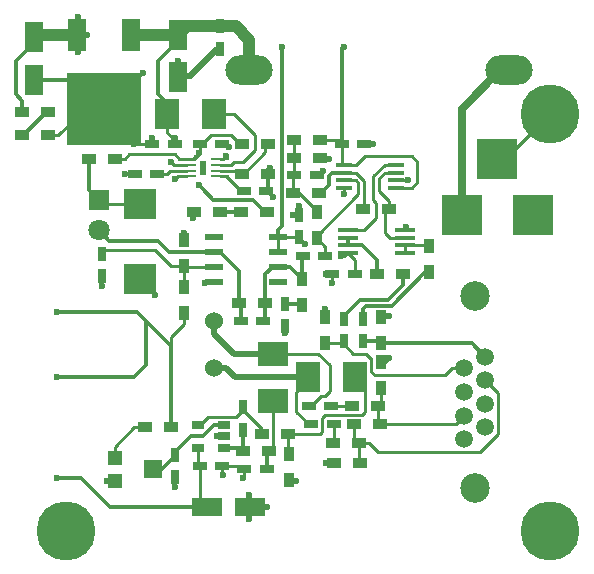
<source format=gtl>
G04 #@! TF.FileFunction,Copper,L1,Top,Signal*
%FSLAX46Y46*%
G04 Gerber Fmt 4.6, Leading zero omitted, Abs format (unit mm)*
G04 Created by KiCad (PCBNEW 4.0.5) date Sun Feb  5 17:43:36 2017*
%MOMM*%
%LPD*%
G01*
G04 APERTURE LIST*
%ADD10C,0.100000*%
%ADD11R,1.200000X0.750000*%
%ADD12R,2.700000X2.550000*%
%ADD13R,1.200000X0.900000*%
%ADD14R,1.800000X0.360000*%
%ADD15R,0.750000X1.200000*%
%ADD16R,2.600000X1.600000*%
%ADD17R,1.600000X2.600000*%
%ADD18R,3.500000X3.500000*%
%ADD19R,1.800000X1.800000*%
%ADD20C,1.800000*%
%ADD21O,4.000500X2.499360*%
%ADD22R,0.900000X1.200000*%
%ADD23R,1.550000X0.600000*%
%ADD24R,1.060000X0.650000*%
%ADD25R,1.450000X0.450000*%
%ADD26R,1.500000X0.250000*%
%ADD27R,0.600000X1.200000*%
%ADD28C,5.000000*%
%ADD29R,6.300000X6.100000*%
%ADD30R,1.500000X2.800000*%
%ADD31R,2.500000X2.000000*%
%ADD32R,2.000000X2.500000*%
%ADD33R,1.500000X1.600000*%
%ADD34R,1.250000X1.250000*%
%ADD35C,1.500000*%
%ADD36C,2.500000*%
%ADD37C,1.524000*%
%ADD38C,0.600000*%
%ADD39C,0.250000*%
%ADD40C,0.500000*%
%ADD41C,0.300000*%
%ADD42C,1.000000*%
%ADD43C,0.700000*%
G04 APERTURE END LIST*
D10*
D11*
X153200000Y-96750000D03*
X151300000Y-96750000D03*
D12*
X151750000Y-99325000D03*
X151750000Y-105675000D03*
D13*
X144000000Y-91500000D03*
X141800000Y-91500000D03*
D11*
X160550000Y-98250000D03*
X162450000Y-98250000D03*
D14*
X169350000Y-103475000D03*
X174150000Y-103475000D03*
X174150000Y-102825000D03*
X174150000Y-102175000D03*
X174150000Y-101525000D03*
X169350000Y-101525000D03*
X169350000Y-102175000D03*
X169350000Y-102825000D03*
D15*
X154750000Y-120550000D03*
X154750000Y-122450000D03*
D11*
X162200000Y-109250000D03*
X160300000Y-109250000D03*
D15*
X165250000Y-100250000D03*
X165250000Y-102150000D03*
D16*
X157450000Y-125000000D03*
X161050000Y-125000000D03*
D11*
X156800000Y-121500000D03*
X158700000Y-121500000D03*
X166050000Y-116400000D03*
X167950000Y-116400000D03*
D15*
X160500000Y-118450000D03*
X160500000Y-116550000D03*
D11*
X167450000Y-103750000D03*
X165550000Y-103750000D03*
X162500000Y-121750000D03*
X160600000Y-121750000D03*
X164800000Y-96900000D03*
X166700000Y-96900000D03*
D15*
X164000000Y-109700000D03*
X164000000Y-107800000D03*
D11*
X168850000Y-94250000D03*
X170750000Y-94250000D03*
D17*
X155000000Y-85000000D03*
X155000000Y-88600000D03*
X142750000Y-85200000D03*
X142750000Y-88800000D03*
D11*
X169950000Y-105250000D03*
X168050000Y-105250000D03*
X154700000Y-94250000D03*
X152800000Y-94250000D03*
X156800000Y-94250000D03*
X158700000Y-94250000D03*
D18*
X179000000Y-100250000D03*
X185000000Y-100250000D03*
X182000000Y-95550000D03*
D19*
X148250000Y-99000000D03*
D20*
X148250000Y-101540000D03*
D13*
X160300000Y-100000000D03*
X162500000Y-100000000D03*
D21*
X183000740Y-88000000D03*
X160999260Y-88000000D03*
D13*
X154350000Y-118250000D03*
X152150000Y-118250000D03*
X162350000Y-107750000D03*
X160150000Y-107750000D03*
X162100000Y-118800000D03*
X164300000Y-118800000D03*
D22*
X164400000Y-120500000D03*
X164400000Y-122700000D03*
D13*
X169700000Y-116400000D03*
X171900000Y-116400000D03*
X160500000Y-120250000D03*
X162700000Y-120250000D03*
X167000000Y-93900000D03*
X164800000Y-93900000D03*
X164800000Y-95400000D03*
X167000000Y-95400000D03*
D22*
X155500000Y-108600000D03*
X155500000Y-106400000D03*
X166750000Y-100050000D03*
X166750000Y-102250000D03*
X176250000Y-105100000D03*
X176250000Y-102900000D03*
D13*
X174000000Y-105250000D03*
X171800000Y-105250000D03*
D22*
X155500000Y-104600000D03*
X155500000Y-102400000D03*
X165500000Y-105650000D03*
X165500000Y-107850000D03*
D13*
X166950000Y-98400000D03*
X164750000Y-98400000D03*
X172850000Y-99750000D03*
X170650000Y-99750000D03*
X144000000Y-93500000D03*
X141800000Y-93500000D03*
X160400000Y-94250000D03*
X162600000Y-94250000D03*
X160400000Y-96750000D03*
X162600000Y-96750000D03*
X156300000Y-100000000D03*
X158500000Y-100000000D03*
D23*
X158050000Y-102095000D03*
X158050000Y-103365000D03*
X158050000Y-104635000D03*
X158050000Y-105905000D03*
X163450000Y-105905000D03*
X163450000Y-104635000D03*
X163450000Y-103365000D03*
X163450000Y-102095000D03*
D24*
X158850000Y-119950000D03*
X158850000Y-119000000D03*
X158850000Y-118050000D03*
X156650000Y-118050000D03*
X156650000Y-119950000D03*
D25*
X169050000Y-96025000D03*
X169050000Y-96675000D03*
X169050000Y-97325000D03*
X169050000Y-97975000D03*
X173450000Y-97975000D03*
X173450000Y-97325000D03*
X173450000Y-96675000D03*
X173450000Y-96025000D03*
D26*
X158500000Y-95500000D03*
X158500000Y-96000000D03*
X158500000Y-96500000D03*
X158500000Y-97000000D03*
X155700000Y-95500000D03*
X155700000Y-96000000D03*
X155700000Y-96500000D03*
X155700000Y-97000000D03*
D27*
X157100000Y-96250000D03*
D28*
X186500000Y-127000000D03*
X145500000Y-127000000D03*
X186500000Y-91750000D03*
D29*
X148714000Y-91250000D03*
D30*
X151000000Y-85000000D03*
X146428000Y-85000000D03*
D31*
X163000000Y-116000000D03*
X163000000Y-112000000D03*
D32*
X154000000Y-91750000D03*
X158000000Y-91750000D03*
D13*
X172100000Y-118000000D03*
X169900000Y-118000000D03*
D33*
X152850000Y-121800000D03*
D34*
X149600000Y-120800000D03*
X149600000Y-122800000D03*
D35*
X181000000Y-112250000D03*
X179220000Y-113250000D03*
X181000000Y-114250000D03*
X179220000Y-115250000D03*
X181000000Y-116250000D03*
X179220000Y-117250000D03*
X181000000Y-118250000D03*
X179220000Y-119250000D03*
D36*
X180110000Y-107120000D03*
X180110000Y-123380000D03*
D15*
X170600000Y-110950000D03*
X170600000Y-109050000D03*
X169000000Y-110950000D03*
X169000000Y-109050000D03*
D11*
X166250000Y-118000000D03*
X168150000Y-118000000D03*
D32*
X166000000Y-114000000D03*
X170000000Y-114000000D03*
D22*
X172200000Y-114900000D03*
X172200000Y-112700000D03*
D13*
X168100000Y-119600000D03*
X170300000Y-119600000D03*
D22*
X172200000Y-111100000D03*
X172200000Y-108900000D03*
X167400000Y-111100000D03*
X167400000Y-108900000D03*
D15*
X148500000Y-105450000D03*
X148500000Y-103550000D03*
D13*
X170350000Y-121250000D03*
X168150000Y-121250000D03*
D15*
X158500000Y-84300000D03*
X158500000Y-86200000D03*
D13*
X149600000Y-95500000D03*
X147400000Y-95500000D03*
D37*
X158000000Y-113250000D03*
X158000000Y-109250000D03*
D38*
X159250000Y-94500000D03*
X152750000Y-93750000D03*
X167500000Y-121250000D03*
X150500000Y-96750000D03*
X156250000Y-100500000D03*
X155500000Y-101750000D03*
X153000000Y-107000000D03*
X148500000Y-106250000D03*
X165000000Y-122750000D03*
X172800000Y-112400000D03*
X172800000Y-108800000D03*
X167400000Y-108200000D03*
X149000000Y-122800000D03*
X154750000Y-123250000D03*
X164000000Y-110250000D03*
X157250000Y-106000000D03*
X174250000Y-101250000D03*
X163000000Y-98750000D03*
X162750000Y-96250000D03*
X152000000Y-88250000D03*
X151250000Y-94250000D03*
X155000000Y-87250000D03*
X156000000Y-88500000D03*
X159000000Y-95250000D03*
X171500000Y-94250000D03*
X167750000Y-95500000D03*
X167250000Y-96500000D03*
X169000000Y-98500000D03*
X174438393Y-97324999D03*
X158250000Y-119000000D03*
X160500000Y-122500000D03*
X161000000Y-126000000D03*
X162500000Y-125000000D03*
X161000000Y-124000000D03*
X158750000Y-122250000D03*
X168000000Y-106000000D03*
X167500000Y-105250000D03*
X165250000Y-99500000D03*
X164750000Y-100250000D03*
X144750000Y-114000000D03*
X144750000Y-108500000D03*
X168750000Y-103750000D03*
X165750000Y-102750000D03*
X163750000Y-86000000D03*
X169000000Y-86000000D03*
X144750000Y-122500000D03*
X146500000Y-86500000D03*
X146500000Y-83500000D03*
X147250000Y-85000000D03*
X154750000Y-93750000D03*
X154749994Y-97250000D03*
X154390000Y-95775999D03*
X156749996Y-95000000D03*
X156750000Y-97750000D03*
D39*
X158950001Y-94200001D02*
X159250000Y-94500000D01*
X158700000Y-94250000D02*
X158749999Y-94200001D01*
X158749999Y-94200001D02*
X158950001Y-94200001D01*
X152800000Y-94250000D02*
X152800000Y-93800000D01*
X152800000Y-93800000D02*
X152750000Y-93750000D01*
X152800000Y-94250000D02*
X151250000Y-94250000D01*
X151250000Y-94250000D02*
X151250000Y-93786000D01*
X151250000Y-93786000D02*
X148714000Y-91250000D01*
X186500000Y-91750000D02*
X182700000Y-95550000D01*
X182700000Y-95550000D02*
X182000000Y-95550000D01*
X168150000Y-121250000D02*
X167500000Y-121250000D01*
X151300000Y-96750000D02*
X150500000Y-96750000D01*
X156300000Y-100000000D02*
X156300000Y-100450000D01*
X156300000Y-100450000D02*
X156250000Y-100500000D01*
X155500000Y-102400000D02*
X155500000Y-101750000D01*
X151750000Y-105675000D02*
X151750000Y-105750000D01*
X151750000Y-105750000D02*
X153000000Y-107000000D01*
X148500000Y-105450000D02*
X148500000Y-106250000D01*
D40*
X158500000Y-86200000D02*
X158300000Y-86200000D01*
X158300000Y-86200000D02*
X156000000Y-88500000D01*
D39*
X164400000Y-122700000D02*
X164950000Y-122700000D01*
X164950000Y-122700000D02*
X165000000Y-122750000D01*
X172200000Y-112700000D02*
X172500000Y-112700000D01*
X172500000Y-112700000D02*
X172800000Y-112400000D01*
D41*
X172200000Y-108900000D02*
X172700000Y-108900000D01*
X172700000Y-108900000D02*
X172800000Y-108800000D01*
X167400000Y-108900000D02*
X167400000Y-108200000D01*
D39*
X149000000Y-122800000D02*
X149600000Y-122800000D01*
D41*
X154750000Y-122450000D02*
X154750000Y-123250000D01*
X164000000Y-109700000D02*
X164000000Y-110250000D01*
X158050000Y-105905000D02*
X157345000Y-105905000D01*
X157345000Y-105905000D02*
X157250000Y-106000000D01*
X174150000Y-101525000D02*
X174150000Y-101350000D01*
X174150000Y-101350000D02*
X174250000Y-101250000D01*
X162450000Y-98250000D02*
X162500000Y-98250000D01*
X162500000Y-98250000D02*
X163000000Y-98750000D01*
X162600000Y-96750000D02*
X162600000Y-96400000D01*
X162600000Y-96400000D02*
X162750000Y-96250000D01*
X162600000Y-96750000D02*
X162600000Y-98100000D01*
X162600000Y-98100000D02*
X162450000Y-98250000D01*
X149000000Y-91250000D02*
X152000000Y-88250000D01*
X148714000Y-91250000D02*
X149000000Y-91250000D01*
X142750000Y-88800000D02*
X146264000Y-88800000D01*
X146264000Y-88800000D02*
X148714000Y-91250000D01*
D39*
X144000000Y-93500000D02*
X144850000Y-93500000D01*
X144850000Y-93500000D02*
X147100000Y-91250000D01*
X147100000Y-91250000D02*
X148714000Y-91250000D01*
X159000000Y-95250000D02*
X158950000Y-95250000D01*
X155000000Y-88600000D02*
X155000000Y-87250000D01*
X155000000Y-88600000D02*
X155900000Y-88600000D01*
X155900000Y-88600000D02*
X156000000Y-88500000D01*
X158500000Y-95500000D02*
X158750000Y-95500000D01*
X158750000Y-95500000D02*
X159000000Y-95250000D01*
X170750000Y-94250000D02*
X171500000Y-94250000D01*
X167000000Y-95400000D02*
X167650000Y-95400000D01*
X167650000Y-95400000D02*
X167750000Y-95500000D01*
X166700000Y-96900000D02*
X166850000Y-96900000D01*
X166850000Y-96900000D02*
X167250000Y-96500000D01*
X169050000Y-97975000D02*
X169050000Y-98450000D01*
X169050000Y-98450000D02*
X169000000Y-98500000D01*
X173450000Y-97325000D02*
X174438392Y-97325000D01*
X174438392Y-97325000D02*
X174438393Y-97324999D01*
X158850000Y-119000000D02*
X158250000Y-119000000D01*
X160600000Y-121750000D02*
X160600000Y-122400000D01*
X160600000Y-122400000D02*
X160500000Y-122500000D01*
X158700000Y-121500000D02*
X160350000Y-121500000D01*
X160350000Y-121500000D02*
X160600000Y-121750000D01*
X161050000Y-125000000D02*
X161050000Y-125950000D01*
X161050000Y-125950000D02*
X161000000Y-126000000D01*
X161050000Y-125000000D02*
X162500000Y-125000000D01*
X161050000Y-125000000D02*
X161050000Y-124050000D01*
X161050000Y-124050000D02*
X161000000Y-124000000D01*
X158700000Y-121500000D02*
X158700000Y-122200000D01*
X158700000Y-122200000D02*
X158750000Y-122250000D01*
X168050000Y-105250000D02*
X168050000Y-105950000D01*
X168050000Y-105950000D02*
X168000000Y-106000000D01*
X168050000Y-105250000D02*
X167500000Y-105250000D01*
X165250000Y-100250000D02*
X165250000Y-99500000D01*
X165250000Y-100250000D02*
X164750000Y-100250000D01*
X152850000Y-121800000D02*
X153500000Y-121800000D01*
X153500000Y-121800000D02*
X154750000Y-120550000D01*
D41*
X154750000Y-120550000D02*
X154750000Y-120325000D01*
X154750000Y-120325000D02*
X156075000Y-119000000D01*
X156075000Y-119000000D02*
X157070000Y-119000000D01*
X157070000Y-119000000D02*
X158020000Y-118050000D01*
X158020000Y-118050000D02*
X158850000Y-118050000D01*
X154750000Y-120775000D02*
X154750000Y-120550000D01*
X162350000Y-107750000D02*
X162350000Y-107000000D01*
X162350000Y-107000000D02*
X162324999Y-106974999D01*
X162324999Y-106974999D02*
X162324999Y-105285001D01*
X162324999Y-105285001D02*
X162975000Y-104635000D01*
X162975000Y-104635000D02*
X163450000Y-104635000D01*
X165500000Y-105650000D02*
X165500000Y-103800000D01*
X165500000Y-103800000D02*
X165550000Y-103750000D01*
X163450000Y-104635000D02*
X164485000Y-104635000D01*
X164485000Y-104635000D02*
X165500000Y-105650000D01*
X162350000Y-107750000D02*
X162350000Y-109100000D01*
X162350000Y-109100000D02*
X162200000Y-109250000D01*
X148250000Y-101540000D02*
X149149999Y-102439999D01*
X149149999Y-102439999D02*
X153311765Y-102439999D01*
X153311765Y-102439999D02*
X154236766Y-103365000D01*
X156975000Y-103365000D02*
X158050000Y-103365000D01*
X154236766Y-103365000D02*
X156975000Y-103365000D01*
D39*
X157575000Y-103365000D02*
X158050000Y-103365000D01*
D41*
X158050000Y-103365000D02*
X158525000Y-103365000D01*
X158525000Y-103365000D02*
X160150000Y-104990000D01*
X160150000Y-104990000D02*
X160150000Y-107000000D01*
X160150000Y-107000000D02*
X160150000Y-107750000D01*
X160300000Y-109250000D02*
X160300000Y-107900000D01*
X160300000Y-107900000D02*
X160150000Y-107750000D01*
D39*
X155500000Y-108600000D02*
X155500000Y-109450000D01*
X155500000Y-109450000D02*
X154350000Y-110600000D01*
X154350000Y-110600000D02*
X154350000Y-111350000D01*
D41*
X157450000Y-125000000D02*
X149250000Y-125000000D01*
X149250000Y-125000000D02*
X146750000Y-122500000D01*
X146750000Y-122500000D02*
X144750000Y-122500000D01*
X152250000Y-113000000D02*
X151250000Y-114000000D01*
X151250000Y-114000000D02*
X144750000Y-114000000D01*
X152250000Y-109250000D02*
X151500000Y-108500000D01*
X154350000Y-111350000D02*
X152250000Y-109250000D01*
X152250000Y-109250000D02*
X152250000Y-113000000D01*
X154350000Y-118250000D02*
X154350000Y-111350000D01*
X151500000Y-108500000D02*
X144750000Y-108500000D01*
X168750000Y-103750000D02*
X169075000Y-103750000D01*
X169075000Y-103750000D02*
X169350000Y-103475000D01*
X165250000Y-102150000D02*
X165250000Y-102250000D01*
X165250000Y-102250000D02*
X165750000Y-102750000D01*
X163750000Y-101195000D02*
X163750000Y-86000000D01*
X163450000Y-101495000D02*
X163750000Y-101195000D01*
X163450000Y-102095000D02*
X163450000Y-101495000D01*
X168850000Y-86150000D02*
X169000000Y-86000000D01*
X168850000Y-94250000D02*
X168850000Y-86150000D01*
X142750000Y-85200000D02*
X142750000Y-85700000D01*
X141250000Y-90030002D02*
X141800000Y-90580002D01*
X142750000Y-85700000D02*
X141250000Y-87200000D01*
X141250000Y-87200000D02*
X141250000Y-90030002D01*
X141800000Y-90580002D02*
X141800000Y-91500000D01*
D39*
X173450000Y-97975000D02*
X174775000Y-97975000D01*
X175250000Y-97500000D02*
X175250000Y-95750000D01*
X174775000Y-97975000D02*
X175250000Y-97500000D01*
X175250000Y-95750000D02*
X174750000Y-95250000D01*
X174750000Y-95250000D02*
X170800000Y-95250000D01*
X170800000Y-95250000D02*
X170025000Y-96025000D01*
X170025000Y-96025000D02*
X169050000Y-96025000D01*
D41*
X146428000Y-85000000D02*
X146428000Y-86428000D01*
X146428000Y-86428000D02*
X146500000Y-86500000D01*
X146428000Y-85000000D02*
X146428000Y-83572000D01*
X146428000Y-83572000D02*
X146500000Y-83500000D01*
X146428000Y-85000000D02*
X147250000Y-85000000D01*
D42*
X146428000Y-85000000D02*
X142950000Y-85000000D01*
X142950000Y-85000000D02*
X142750000Y-85200000D01*
D39*
X156800000Y-121500000D02*
X156800000Y-124350000D01*
X156800000Y-124350000D02*
X157450000Y-125000000D01*
X156650000Y-119950000D02*
X156650000Y-121350000D01*
X156650000Y-121350000D02*
X156800000Y-121500000D01*
X169950000Y-105250000D02*
X169950000Y-104075000D01*
X169950000Y-104075000D02*
X169350000Y-103475000D01*
X167000000Y-93900000D02*
X168500000Y-93900000D01*
X168500000Y-93900000D02*
X168850000Y-94250000D01*
X168850000Y-94250000D02*
X168850000Y-95825000D01*
X168850000Y-95825000D02*
X169050000Y-96025000D01*
X163450000Y-103365000D02*
X163450000Y-102095000D01*
X165250000Y-102150000D02*
X163505000Y-102150000D01*
X163505000Y-102150000D02*
X163450000Y-102095000D01*
X163000000Y-112000000D02*
X166800000Y-112000000D01*
X166800000Y-112000000D02*
X167800000Y-113000000D01*
X167800000Y-113000000D02*
X167800000Y-115200000D01*
X167800000Y-115200000D02*
X167400000Y-115600000D01*
X167400000Y-115600000D02*
X167075000Y-115600000D01*
X167075000Y-115600000D02*
X166275000Y-116400000D01*
X166275000Y-116400000D02*
X166050000Y-116400000D01*
D40*
X158000000Y-109250000D02*
X158000000Y-110327630D01*
X159672370Y-112000000D02*
X161250000Y-112000000D01*
X158000000Y-110327630D02*
X159672370Y-112000000D01*
X161250000Y-112000000D02*
X163000000Y-112000000D01*
D39*
X167950000Y-116400000D02*
X169700000Y-116400000D01*
D41*
X160500000Y-120250000D02*
X160500000Y-118450000D01*
X158850000Y-119950000D02*
X160200000Y-119950000D01*
X160200000Y-119950000D02*
X160500000Y-120250000D01*
D39*
X160500000Y-116550000D02*
X160500000Y-116775000D01*
X160500000Y-116775000D02*
X162100000Y-118375000D01*
X162100000Y-118375000D02*
X162100000Y-118800000D01*
X160500000Y-116775000D02*
X159875001Y-117399999D01*
X157505001Y-117399999D02*
X156855000Y-118050000D01*
X159875001Y-117399999D02*
X157505001Y-117399999D01*
X156855000Y-118050000D02*
X156650000Y-118050000D01*
D41*
X156650000Y-118050000D02*
X156445000Y-118050000D01*
D39*
X167450000Y-103750000D02*
X167450000Y-102950000D01*
X167450000Y-102950000D02*
X166750000Y-102250000D01*
X166750000Y-102250000D02*
X166750000Y-102014998D01*
X166750000Y-102014998D02*
X170250000Y-98514998D01*
X170250000Y-98514998D02*
X170250000Y-97550000D01*
X170250000Y-97550000D02*
X170025000Y-97325000D01*
X170025000Y-97325000D02*
X169050000Y-97325000D01*
X163000000Y-116000000D02*
X163000000Y-117250000D01*
X163000000Y-117250000D02*
X163025001Y-117275001D01*
X163025001Y-117275001D02*
X163025001Y-119924999D01*
X163025001Y-119924999D02*
X162700000Y-120250000D01*
D41*
X162500000Y-121750000D02*
X162500000Y-120450000D01*
X162500000Y-120450000D02*
X162700000Y-120250000D01*
D39*
X164800000Y-95400000D02*
X164800000Y-93900000D01*
X164800000Y-96900000D02*
X164800000Y-95400000D01*
X164750000Y-98400000D02*
X164750000Y-96950000D01*
X164750000Y-96950000D02*
X164800000Y-96900000D01*
X166750000Y-100050000D02*
X166750000Y-99900000D01*
X166750000Y-99900000D02*
X165250000Y-98400000D01*
X165250000Y-98400000D02*
X164750000Y-98400000D01*
D41*
X164000000Y-107800000D02*
X165450000Y-107800000D01*
X165450000Y-107800000D02*
X165500000Y-107850000D01*
D39*
X154000000Y-93250000D02*
X154500000Y-93750000D01*
X154000000Y-91750000D02*
X154000000Y-93250000D01*
X154500000Y-93750000D02*
X154750000Y-93750000D01*
X154750000Y-94174264D02*
X154750000Y-93750000D01*
X154750000Y-94200000D02*
X154750000Y-94174264D01*
X154700000Y-94250000D02*
X154750000Y-94200000D01*
X155700000Y-97000000D02*
X154999994Y-97000000D01*
X154999994Y-97000000D02*
X154749994Y-97250000D01*
X154750000Y-97250000D02*
X154749994Y-97250000D01*
X155000000Y-97000000D02*
X154750000Y-97250000D01*
D42*
X158500000Y-84300000D02*
X159875000Y-84300000D01*
X159875000Y-84300000D02*
X160999260Y-85424260D01*
X160999260Y-85424260D02*
X160999260Y-85750320D01*
X160999260Y-85750320D02*
X160999260Y-88000000D01*
X155000000Y-85000000D02*
X155700000Y-84300000D01*
X155700000Y-84300000D02*
X158500000Y-84300000D01*
D39*
X154614001Y-96000000D02*
X154390000Y-95775999D01*
X154700000Y-96000000D02*
X154614001Y-96000000D01*
X155700000Y-96000000D02*
X154700000Y-96000000D01*
D42*
X155000000Y-85000000D02*
X151000000Y-85000000D01*
D41*
X154225000Y-91750000D02*
X154000000Y-91750000D01*
X155000000Y-85000000D02*
X155000000Y-85500000D01*
X154000000Y-90750000D02*
X154000000Y-91750000D01*
X155000000Y-85500000D02*
X153250000Y-87250000D01*
X153250000Y-87250000D02*
X153250000Y-90000000D01*
X153250000Y-90000000D02*
X154000000Y-90750000D01*
D39*
X153200000Y-96750000D02*
X154050000Y-96750000D01*
X154050000Y-96750000D02*
X154300000Y-96500000D01*
X154300000Y-96500000D02*
X154700000Y-96500000D01*
X154700000Y-96500000D02*
X155700000Y-96500000D01*
X160550000Y-98250000D02*
X160325000Y-98250000D01*
X160325000Y-98250000D02*
X159075000Y-97000000D01*
X159075000Y-97000000D02*
X158500000Y-97000000D01*
X156749996Y-95075004D02*
X156749996Y-95000000D01*
X155700000Y-95500000D02*
X156325000Y-95500000D01*
X156800000Y-94949996D02*
X156749996Y-95000000D01*
X156800000Y-94250000D02*
X156800000Y-94949996D01*
X156449997Y-95299999D02*
X156749996Y-95000000D01*
X156325000Y-95500000D02*
X156749996Y-95075004D01*
X156249996Y-95500000D02*
X156449997Y-95299999D01*
X156000000Y-95500000D02*
X156249996Y-95500000D01*
D41*
X157049999Y-98049999D02*
X156750000Y-97750000D01*
X161325001Y-98975001D02*
X157975001Y-98975001D01*
X157975001Y-98975001D02*
X157049999Y-98049999D01*
X162350000Y-100000000D02*
X161325001Y-98975001D01*
X162500000Y-100000000D02*
X162350000Y-100000000D01*
D39*
X160400000Y-94250000D02*
X160250000Y-94250000D01*
X160250000Y-94250000D02*
X159500000Y-93500000D01*
X159500000Y-93500000D02*
X157775000Y-93500000D01*
X157775000Y-93500000D02*
X157025000Y-94250000D01*
X157025000Y-94250000D02*
X156800000Y-94250000D01*
X160150000Y-94250000D02*
X160000000Y-94250000D01*
X155700000Y-95500000D02*
X155075000Y-95500000D01*
X155075000Y-95500000D02*
X154700000Y-95125000D01*
X154700000Y-95125000D02*
X150825000Y-95125000D01*
X150825000Y-95125000D02*
X150450000Y-95500000D01*
X150450000Y-95500000D02*
X149600000Y-95500000D01*
D43*
X179000000Y-100250000D02*
X179000000Y-91250170D01*
X179000000Y-91250170D02*
X182250170Y-88000000D01*
X182250170Y-88000000D02*
X183000740Y-88000000D01*
D41*
X144000000Y-91500000D02*
X143850000Y-91500000D01*
X143850000Y-91500000D02*
X141850000Y-93500000D01*
X141850000Y-93500000D02*
X141800000Y-93500000D01*
X160300000Y-100000000D02*
X158500000Y-100000000D01*
X176250000Y-105100000D02*
X175900000Y-105100000D01*
X175900000Y-105100000D02*
X173050001Y-107949999D01*
X173050001Y-107949999D02*
X170850001Y-107949999D01*
X170850001Y-107949999D02*
X170600000Y-108200000D01*
X170600000Y-108200000D02*
X170600000Y-109050000D01*
D40*
X176250000Y-105100000D02*
X176100000Y-105100000D01*
D41*
X174000000Y-105250000D02*
X174000000Y-106200000D01*
X174000000Y-106200000D02*
X172750012Y-107449988D01*
X169000000Y-108825000D02*
X169000000Y-109050000D01*
X172750012Y-107449988D02*
X170375012Y-107449988D01*
X170375012Y-107449988D02*
X169000000Y-108825000D01*
D40*
X174000000Y-105250000D02*
X174150000Y-105250000D01*
D39*
X172200000Y-114900000D02*
X172200000Y-116100000D01*
X172200000Y-116100000D02*
X171900000Y-116400000D01*
X172100000Y-118000000D02*
X178470001Y-117999999D01*
X178470001Y-117999999D02*
X179220000Y-117250000D01*
X172000000Y-118100000D02*
X172100000Y-118000000D01*
X171900000Y-116400000D02*
X171900000Y-117800000D01*
X171900000Y-117800000D02*
X172100000Y-118000000D01*
X158000000Y-91750000D02*
X159750000Y-91750000D01*
X159750000Y-91750000D02*
X161500000Y-93500000D01*
X161500000Y-93500000D02*
X161500000Y-94750000D01*
X161500000Y-94750000D02*
X160500000Y-95750000D01*
X160500000Y-95750000D02*
X159750000Y-95750000D01*
X159750000Y-95750000D02*
X159500000Y-96000000D01*
X159500000Y-96000000D02*
X158500000Y-96000000D01*
X158000000Y-91750000D02*
X158000000Y-92000000D01*
X152150000Y-118250000D02*
X151275000Y-118250000D01*
X151275000Y-118250000D02*
X149600000Y-119925000D01*
X149600000Y-119925000D02*
X149600000Y-120800000D01*
D41*
X152250000Y-118350000D02*
X152150000Y-118250000D01*
X152150000Y-118250000D02*
X152150000Y-118450000D01*
D39*
X174150000Y-103475000D02*
X174150000Y-102825000D01*
X174150000Y-102825000D02*
X176175000Y-102825000D01*
X176175000Y-102825000D02*
X176250000Y-102900000D01*
D41*
X169350000Y-102175000D02*
X169350000Y-102825000D01*
X169350000Y-102825000D02*
X170550000Y-102825000D01*
X170550000Y-102825000D02*
X171800000Y-104075000D01*
X171800000Y-104075000D02*
X171800000Y-104500000D01*
X171800000Y-104500000D02*
X171800000Y-105250000D01*
D39*
X170650000Y-99750000D02*
X170650000Y-99350000D01*
X170650000Y-99350000D02*
X170750000Y-99250000D01*
X170750000Y-99250000D02*
X170750000Y-97363589D01*
X170025000Y-96675000D02*
X169050000Y-96675000D01*
X170750000Y-97363589D02*
X170061411Y-96675000D01*
X170061411Y-96675000D02*
X170025000Y-96675000D01*
D41*
X166950000Y-98400000D02*
X167100000Y-98400000D01*
X167100000Y-98400000D02*
X167750000Y-97750000D01*
X167750000Y-96950000D02*
X168025000Y-96675000D01*
X167750000Y-97750000D02*
X167750000Y-96950000D01*
X168025000Y-96675000D02*
X169050000Y-96675000D01*
D39*
X172850000Y-99750000D02*
X172500000Y-100100000D01*
X172500000Y-100100000D02*
X172500000Y-101750000D01*
X172500000Y-101750000D02*
X172925000Y-102175000D01*
X172925000Y-102175000D02*
X174150000Y-102175000D01*
X173450000Y-96675000D02*
X172475000Y-96675000D01*
X172475000Y-96675000D02*
X172000000Y-97150000D01*
X172000000Y-97150000D02*
X172000000Y-98200000D01*
X172000000Y-98200000D02*
X172850000Y-99050000D01*
X172850000Y-99050000D02*
X172850000Y-99750000D01*
X162350000Y-94950000D02*
X162350000Y-94500000D01*
X162350000Y-94500000D02*
X162600000Y-94250000D01*
X162350000Y-94950000D02*
X160550000Y-96750000D01*
X160550000Y-96750000D02*
X160400000Y-96750000D01*
X160400000Y-96750000D02*
X160150000Y-96500000D01*
X160150000Y-96500000D02*
X158500000Y-96500000D01*
X171750000Y-100500000D02*
X170725000Y-101525000D01*
X170725000Y-101525000D02*
X169350000Y-101525000D01*
X171750000Y-99214998D02*
X171750000Y-100500000D01*
X173450000Y-96025000D02*
X172475000Y-96025000D01*
X172475000Y-96025000D02*
X171500000Y-97000000D01*
X171500000Y-97000000D02*
X171500000Y-98964998D01*
X171500000Y-98964998D02*
X171750000Y-99214998D01*
D41*
X170070000Y-101525000D02*
X169350000Y-101525000D01*
X170600000Y-110950000D02*
X172050000Y-110950000D01*
X172050000Y-110950000D02*
X172200000Y-111100000D01*
X172200000Y-111100000D02*
X179850000Y-111100000D01*
X179850000Y-111100000D02*
X181000000Y-112250000D01*
D39*
X170880002Y-112000000D02*
X171350001Y-112469999D01*
X171350001Y-112469999D02*
X171350001Y-113530003D01*
X171350001Y-113530003D02*
X171619998Y-113800000D01*
X171619998Y-113800000D02*
X177609340Y-113800000D01*
X177609340Y-113800000D02*
X178159340Y-113250000D01*
X178159340Y-113250000D02*
X179220000Y-113250000D01*
X169000000Y-110950000D02*
X169000000Y-111175000D01*
X170880002Y-112000000D02*
X171280001Y-112399999D01*
X169000000Y-111175000D02*
X169825000Y-112000000D01*
X169825000Y-112000000D02*
X170880002Y-112000000D01*
D41*
X169000000Y-110950000D02*
X169000000Y-110725000D01*
D39*
X167400000Y-111100000D02*
X168850000Y-111100000D01*
X168850000Y-111100000D02*
X169000000Y-110950000D01*
D40*
X179220000Y-112820000D02*
X179220000Y-113250000D01*
D39*
X166250000Y-118000000D02*
X166025000Y-118000000D01*
X165000000Y-116975000D02*
X165000000Y-115250000D01*
X166025000Y-118000000D02*
X165000000Y-116975000D01*
X165000000Y-115250000D02*
X166000000Y-114250000D01*
X166000000Y-114250000D02*
X166000000Y-114000000D01*
D40*
X159077630Y-113250000D02*
X159827630Y-114000000D01*
X159827630Y-114000000D02*
X166000000Y-114000000D01*
X159077630Y-113250000D02*
X158000000Y-113250000D01*
D39*
X168150000Y-118000000D02*
X168150000Y-119550000D01*
X168150000Y-119550000D02*
X168100000Y-119600000D01*
X170300000Y-119600000D02*
X170300000Y-121200000D01*
X170300000Y-121200000D02*
X170350000Y-121250000D01*
X170300000Y-119600000D02*
X171150000Y-119600000D01*
X171150000Y-119600000D02*
X171875001Y-120325001D01*
X171875001Y-120325001D02*
X180516001Y-120325001D01*
X182075001Y-118766001D02*
X182075001Y-115325001D01*
X180516001Y-120325001D02*
X182075001Y-118766001D01*
X182075001Y-115325001D02*
X181749999Y-114999999D01*
X181749999Y-114999999D02*
X181000000Y-114250000D01*
X169900000Y-118000000D02*
X169900000Y-119200000D01*
X169900000Y-119200000D02*
X170300000Y-119600000D01*
X170000000Y-114000000D02*
X170800000Y-114800000D01*
X170800000Y-114800000D02*
X170800000Y-116935002D01*
X170800000Y-116935002D02*
X170535002Y-117200000D01*
X170535002Y-117200000D02*
X167400000Y-117200000D01*
X167400000Y-117200000D02*
X167175001Y-117424999D01*
X167175001Y-117424999D02*
X167175001Y-118624999D01*
X167175001Y-118624999D02*
X167000000Y-118800000D01*
X167000000Y-118800000D02*
X164300000Y-118800000D01*
X164300000Y-118800000D02*
X164300000Y-120400000D01*
X164300000Y-120400000D02*
X164400000Y-120500000D01*
X170000000Y-114000000D02*
X170000000Y-114250000D01*
D41*
X147400000Y-95500000D02*
X147400000Y-98150000D01*
X147400000Y-98150000D02*
X148250000Y-99000000D01*
D39*
X151750000Y-99325000D02*
X148575000Y-99325000D01*
X148575000Y-99325000D02*
X148250000Y-99000000D01*
X155500000Y-104600000D02*
X155500000Y-106400000D01*
X158050000Y-104635000D02*
X155535000Y-104635000D01*
X155535000Y-104635000D02*
X155500000Y-104600000D01*
X148500000Y-103550000D02*
X148800000Y-103250000D01*
X148800000Y-103250000D02*
X153000000Y-103250000D01*
X153000000Y-103250000D02*
X154350000Y-104600000D01*
X154350000Y-104600000D02*
X155500000Y-104600000D01*
M02*

</source>
